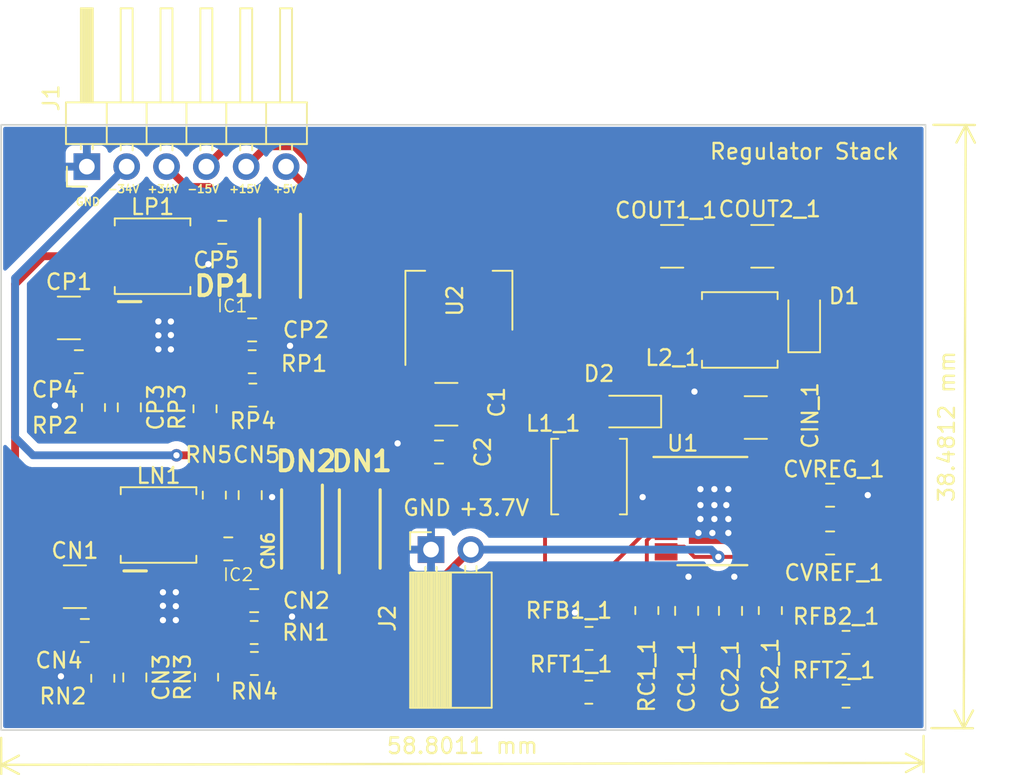
<source format=kicad_pcb>
(kicad_pcb (version 20221018) (generator pcbnew)
  (layers (0 "F.Cu" signal) (31 "B.Cu" signal) (34 "B.Paste" user) (35 "F.Paste" user) (36 "B.SilkS" user "B.Silkscreen") (37 "F.SilkS" user "F.Silkscreen") (38 "B.Mask" user) (39 "F.Mask" user) (44 "Edge.Cuts" user))
  (net 0 "")
  (net 1 "+15 V")
  (net 2 "GND")
  (net 3 "+5 V")
  (net 4 "Net-(CC1_1-Pad2)")
  (net 5 "Net-(CC2_1-Pad2)")
  (net 6 "+3.7 V")
  (net 7 "Net-(IC2-SS)")
  (net 8 "Net-(CN3-Pad1)")
  (net 9 "Net-(IC2-INTVCC)")
  (net 10 "-34 V")
  (net 11 "Net-(IC2-SW1)")
  (net 12 "Net-(DN1-K)")
  (net 13 "-15V")
  (net 14 "Net-(IC1-SS)")
  (net 15 "Net-(CP3-Pad1)")
  (net 16 "Net-(IC1-INTVCC)")
  (net 17 "+34 V")
  (net 18 "Net-(U1-VREF)")
  (net 19 "Net-(U1-VREG)")
  (net 20 "Net-(D1-canode)")
  (net 21 "Net-(D2-anode)")
  (net 22 "Net-(DN1-A)")
  (net 23 "Net-(DP1-A)")
  (net 27 "Net-(IC1-VC)")
  (net 28 "Net-(IC1-FBX)")
  (net 29 "Net-(IC1-RT)")
  (net 35 "Net-(IC2-VC)")
  (net 36 "Net-(IC2-FBX)")
  (net 37 "Net-(IC2-RT)")
  (net 40 "Net-(U1-INBK)")
  (net 41 "Net-(U1-COMP1)")
  (net 42 "Net-(U1-COMP2)")
  (net 43 "Net-(U1-FB1)")
  (net 44 "Net-(U1-FB2)")
  (footprint "Capacitor_SMD:C_0805_2012Metric_Pad1.18x1.45mm_HandSolder" (layer "F.Cu") (at 77.3555 81.986 -90)
    (fp_text reference "CN3")
    (fp_text value "1nF")
  )
  (footprint "Resistor_SMD:R_0805_2012Metric_Pad1.20x1.40mm_HandSolder" (layer "F.Cu") (at 106.311 79.499 180)
    (fp_text reference "RFB1_1")
    (fp_text value "137k")
  )
  (footprint "LT8365:SOP50P490X110-17N" (layer "F.Cu") (at 79.237 60.265)
    (fp_text reference "IC1")
    (fp_text value "LT8365HMSE#PBF" hide)
  )
  (footprint "Inductor_SMD:L_Coilcraft_XAL4040-XXX" (layer "F.Cu") (at 115.921 59.82 180)
    (fp_text reference "L2_1")
    (fp_text value "10uH")
  )
  (footprint "Resistor_SMD:R_0805_2012Metric_Pad1.20x1.40mm_HandSolder" (layer "F.Cu") (at 84.878 63.976 180)
    (fp_text reference "RP4")
    (fp_text value "1M")
  )
  (footprint "Inductor_SMD:L_Coilcraft_XAL4040-XXX" (layer "F.Cu") (at 106.311 69.176 90)
    (fp_text reference "L1_1")
    (fp_text value "6.8uH")
  )
  (footprint "Diode_SMD:D_PowerDI-123" (layer "F.Cu") (at 120.027 58.932 90)
    (fp_text reference "D1")
    (fp_text value "DFLS240L-7")
  )
  (footprint "Capacitor_SMD:C_1210_3225Metric_Pad1.33x2.70mm_HandSolder" (layer "F.Cu") (at 73.152 59.055)
    (fp_text reference "CP1")
    (fp_text value "10uF")
  )
  (footprint "Connector_PinSocket_2.54mm:PinSocket_1x02_P2.54mm_Horizontal" (layer "F.Cu") (at 96.236 73.832 90)
    (fp_text reference "J2")
    (fp_text value "Conn_01x02_Socket")
  )
  (footprint "Capacitor_SMD:C_0805_2012Metric_Pad1.18x1.45mm_HandSolder" (layer "F.Cu") (at 121.678 73.409)
    (fp_text reference "CVREF_1")
    (fp_text value "1uF")
  )
  (footprint "Capacitor_SMD:C_0805_2012Metric_Pad1.18x1.45mm_HandSolder" (layer "F.Cu") (at 121.678 70.361 180)
    (fp_text reference "CVREG_1")
    (fp_text value "1uF")
  )
  (footprint "RB068L150:DIOM5026X220N" (layer "F.Cu") (at 86.614 55.245 -90)
    (fp_text reference "DP1")
    (fp_text value "RB068L150DDTE25" hide)
  )
  (footprint "Resistor_SMD:R_0805_2012Metric_Pad1.20x1.40mm_HandSolder" (layer "F.Cu") (at 84.836 61.849)
    (fp_text reference "RP1")
    (fp_text value "107k")
  )
  (footprint "Capacitor_SMD:C_0805_2012Metric_Pad1.18x1.45mm_HandSolder" (layer "F.Cu") (at 84.963 77.089)
    (fp_text reference "CN2")
    (fp_text value "0.22uF")
  )
  (footprint "Resistor_SMD:R_0805_2012Metric_Pad1.20x1.40mm_HandSolder" (layer "F.Cu") (at 81.83 64.849 -90)
    (fp_text reference "RP3")
    (fp_text value "49.3k")
  )
  (footprint "Resistor_SMD:R_0805_2012Metric_Pad1.20x1.40mm_HandSolder" (layer "F.Cu") (at 106.295 82.928 180)
    (fp_text reference "RFT1_1")
    (fp_text value "2.43M")
  )
  (footprint "Resistor_SMD:R_0805_2012Metric_Pad1.20x1.40mm_HandSolder" (layer "F.Cu") (at 117.868 77.721 90)
    (fp_text reference "RC2_1")
    (fp_text value "12k")
  )
  (footprint "Capacitor_SMD:C_0805_2012Metric_Pad1.18x1.45mm_HandSolder" (layer "F.Cu") (at 84.709 70.358 -90)
    (fp_text reference "CN5")
    (fp_text value "0.22uF")
  )
  (footprint "LT8365:SOP50P490X110-17N" (layer "F.Cu") (at 79.5885 77.442)
    (fp_text reference "IC2")
    (fp_text value "LT8365HMSE#PBF" hide)
  )
  (footprint "Package_TO_SOT_SMD:SOT-223-3_TabPin2" (layer "F.Cu") (at 98.014 57.957 90)
    (fp_text reference "U2")
    (fp_text value "AZ1117IH-5.0TRG1")
  )
  (footprint "Capacitor_SMD:C_0805_2012Metric_Pad1.18x1.45mm_HandSolder" (layer "F.Cu") (at 82.931 53.594 180)
    (fp_text reference "CP5")
    (fp_text value "0.22uF")
  )
  (footprint "Inductor_SMD:L_Coilcraft_XAL4040-XXX" (layer "F.Cu") (at 78.486 55.118)
    (fp_text reference "LP1")
    (fp_text value "10uH")
  )
  (footprint "Connector_PinHeader_2.54mm:PinHeader_1x06_P2.54mm_Horizontal" (layer "F.Cu") (at 74.295 49.403 90)
    (fp_text reference "J1")
    (fp_text value "Conn_01x06_Pin")
  )
  (footprint "Resistor_SMD:R_0805_2012Metric_Pad1.20x1.40mm_HandSolder" (layer "F.Cu") (at 122.694 83.182)
    (fp_text reference "RFT2_1")
    (fp_text value "2.32M")
  )
  (footprint "Capacitor_SMD:C_0805_2012Metric_Pad1.18x1.45mm_HandSolder" (layer "F.Cu") (at 74.168 78.994 180)
    (fp_text reference "CN4")
    (fp_text value "1uF")
  )
  (footprint "Diode_SMD:D_PowerDI-123" (layer "F.Cu") (at 108.597 65.027 180)
    (fp_text reference "D2")
    (fp_text value "DFLS240L-7")
  )
  (footprint "Resistor_SMD:R_0805_2012Metric_Pad1.20x1.40mm_HandSolder" (layer "F.Cu") (at 84.963 79.121)
    (fp_text reference "RN1")
    (fp_text value "107k")
  )
  (footprint "Capacitor_SMD:C_0805_2012Metric_Pad1.18x1.45mm_HandSolder" (layer "F.Cu") (at 112.534 77.7425 -90)
    (fp_text reference "CC1_1")
    (fp_text value "47nF")
  )
  (footprint "Resistor_SMD:R_0805_2012Metric_Pad1.20x1.40mm_HandSolder" (layer "F.Cu") (at 82.423 70.358 90)
    (fp_text reference "RN5")
    (fp_text value "20")
  )
  (footprint "Capacitor_SMD:C_0805_2012Metric_Pad1.18x1.45mm_HandSolder" (layer "F.Cu") (at 77.004 64.7595 -90)
    (fp_text reference "CP3")
    (fp_text value "1nF")
  )
  (footprint "Capacitor_SMD:C_1210_3225Metric_Pad1.33x2.70mm_HandSolder" (layer "F.Cu") (at 73.533 76.2)
    (fp_text reference "CN1")
    (fp_text value "10uF")
  )
  (footprint "Resistor_SMD:R_0805_2012Metric_Pad1.20x1.40mm_HandSolder" (layer "F.Cu") (at 81.9275 81.97 -90)
    (fp_text reference "RN3")
    (fp_text value "24k")
  )
  (footprint "Resistor_SMD:R_0805_2012Metric_Pad1.20x1.40mm_HandSolder" (layer "F.Cu") (at 84.9755 81.097 180)
    (fp_text reference "RN4")
    (fp_text value "1M")
  )
  (footprint "RB068L150:DIOM5026X220N" (layer "F.Cu") (at 91.694 72.517 90)
    (fp_text reference "DN1")
    (fp_text value "RB068L150DDTE25" hide)
  )
  (footprint "RB068L150:DIOM5026X220N" (layer "F.Cu") (at 88.011 72.517 -90)
    (fp_text reference "DN2")
    (fp_text value "RB068L150DDTE25" hide)
  )
  (footprint "Capacitor_SMD:C_0805_2012Metric_Pad1.18x1.45mm_HandSolder" (layer "F.Cu") (at 73.787 61.849 180)
    (fp_text reference "CP4")
    (fp_text value "1uF")
  )
  (footprint "Capacitor_SMD:C_1210_3225Metric_Pad1.33x2.70mm_HandSolder" (layer "F.Cu") (at 117.36 54.486)
    (fp_text reference "COUT2_1")
    (fp_text value "10uF")
  )
  (footprint "Resistor_SMD:R_0805_2012Metric_Pad1.20x1.40mm_HandSolder" (layer "F.Cu") (at 109.994 77.721 90)
    (fp_text reference "RC1_1")
    (fp_text value "22k")
  )
  (footprint "Package_SO:ETSSOP-20-1EP_4.4x6.5mm_P0.65mm_EP3x4.2mm" (layer "F.Cu") (at 114.173 71.374)
    (fp_text reference "U1")
    (fp_text value "ADP5070AREZ")
  )
  (footprint "Inductor_SMD:L_Coilcraft_XAL4040-XXX" (layer "F.Cu") (at 78.867 72.263)
    (fp_text reference "LN1")
    (fp_text value "10uH")
  )
  (footprint "Capacitor_SMD:C_1210_3225Metric_Pad1.33x2.70mm_HandSolder" (layer "F.Cu") (at 116.9405 65.408)
    (fp_text reference "CIN_1")
    (fp_text value "10uF")
  )
  (footprint "Capacitor_SMD:C_1210_3225Metric_Pad1.33x2.70mm_HandSolder" (layer "F.Cu") (at 97.2135 64.561 180)
    (fp_text reference "C1")
    (fp_text value "10uF")
  )
  (footprint "Capacitor_SMD:C_0805_2012Metric_Pad1.18x1.45mm_HandSolder" (layer "F.Cu") (at 83.312 73.787)
    (fp_text reference "CN6")
    (fp_text value "0.1uF")
  )
  (footprint "Capacitor_SMD:C_0805_2012Metric_Pad1.18x1.45mm_HandSolder" (layer "F.Cu") (at 115.328 77.7425 -90)
    (fp_text reference "CC2_1")
    (fp_text value "47nF")
  )
  (footprint "Resistor_SMD:R_0805_2012Metric_Pad1.20x1.40mm_HandSolder" (layer "F.Cu") (at 74.718 64.77 -90)
    (fp_text reference "RP2")
    (fp_text value "84.5k")
  )
  (footprint "Capacitor_SMD:C_0805_2012Metric_Pad1.18x1.45mm_HandSolder" (layer "F.Cu") (at 84.836 59.817)
    (fp_text reference "CP2")
    (fp_text value "0.22uF")
  )
  (footprint "Capacitor_SMD:C_1210_3225Metric_Pad1.33x2.70mm_HandSolder" (layer "F.Cu") (at 111.6065 54.486)
    (fp_text reference "COUT1_1")
    (fp_text value "10uF")
  )
  (footprint "Capacitor_SMD:C_0805_2012Metric_Pad1.18x1.45mm_HandSolder" (layer "F.Cu") (at 96.744 67.609 180)
    (fp_text reference "C2")
    (fp_text value "22uF")
  )
  (footprint "Resistor_SMD:R_0805_2012Metric_Pad1.20x1.40mm_HandSolder" (layer "F.Cu") (at 122.694 79.753 180)
    (fp_text reference "RFB2_1")
    (fp_text value "118k")
  )
  (footprint "Resistor_SMD:R_0805_2012Metric_Pad1.20x1.40mm_HandSolder" (layer "F.Cu") (at 75.311 82.042 -90)
    (fp_text reference "RN2")
    (fp_text value "84.5k")
  )
  (gr_rect (start 68.834 46.736) (end 127.762 85.344) (stroke (width 0.1)) (fill none) (layer "Edge.Cuts"))
  (gr_text "+3.7V" (at 97.917 71.755) (layer "F.SilkS") (effects (font (size 1 1)) (justify left bottom)))
  (gr_text "+34V" (at 78.105 51.124) (layer "F.SilkS") (effects (font (size 0.5 0.5) (thickness 0.1) bold) (justify left bottom)))
  (gr_text "GND" (at 73.533 51.943) (layer "F.SilkS") (effects (font (size 0.5 0.5) (thickness 0.1) bold) (justify left bottom)))
  (gr_text "+5V" (at 86.106 51.124) (layer "F.SilkS") (effects (font (size 0.5 0.5) (thickness 0.1) bold) (justify left bottom)))
  (gr_text "GND" (at 94.361 71.755) (layer "F.SilkS") (effects (font (size 1 1)) (justify left bottom)))
  (gr_text "Regulator Stack" (at 113.919 49.022) (layer "F.SilkS") (effects (font (size 1 1)) (justify left bottom)))
  (gr_text "-34V" (at 75.565 51.124) (layer "F.SilkS") (effects (font (size 0.5 0.5) (thickness 0.1) bold) (justify left bottom)))
  (gr_text "+15V" (at 83.312 51.124) (layer "F.SilkS") (effects (font (size 0.5 0.5) (thickness 0.1) bold) (justify left bottom)))
  (gr_text "-15V" (at 80.645 51.124) (layer "F.SilkS") (effects (font (size 0.5 0.5) (thickness 0.1) bold) (justify left bottom)))
  (dimension (type aligned) (layer "F.SilkS") (pts (xy 68.834 85.344) (xy 127.635 85.217)) (height 2.21802) (gr_text "58.8011 mm" (at 98.236807 86.348518 0.1237487914) (layer "F.SilkS") (effects (font (size 1 1) (thickness 0.15)))) (format (prefix "") (suffix "") (units 3) (units_format 1) (precision 4)) (style (thickness 0.15) (arrow_length 1.27) (text_position_mode 0) (extension_height 0.58642) (extension_offset 0.5) keep_text_aligned))
  (dimension (type aligned) (layer "F.SilkS") (pts (xy 127.762 46.736) (xy 127.635 85.217)) (height -2.561967) (gr_text "38.4812 mm" (at 129.110459 65.98116 89.8109057) (layer "F.SilkS") (effects (font (size 1 1) (thickness 0.15)))) (format (prefix "") (suffix "") (units 3) (units_format 1) (precision 4)) (style (thickness 0.15) (arrow_length 1.27) (text_position_mode 0) (extension_height 0.58642) (extension_offset 0.5) keep_text_aligned))
  (segment (start 84.455 49.403) (end 85.755 48.103) (width 0.5) (layer "F.Cu") (net 1))
  (segment (start 85.755 48.103) (end 87.533478 48.103) (width 0.5) (layer "F.Cu") (net 1))
  (segment (start 105.295 82.928) (end 105.292 82.931) (width 0.25) (layer "F.Cu") (net 1))
  (segment (start 91.754478 52.324) (end 107.882 52.324) (width 0.5) (layer "F.Cu") (net 1))
  (segment (start 107.882 52.324) (end 110.044 54.486) (width 0.5) (layer "F.Cu") (net 1))
  (segment (start 103.886 82.931) (end 103.505 82.55) (width 0.25) (layer "F.Cu") (net 1))
  (segment (start 87.533478 48.103) (end 91.754478 52.324) (width 0.5) (layer "F.Cu") (net 1))
  (segment (start 105.292 82.931) (end 103.886 82.931) (width 0.25) (layer "F.Cu") (net 1))
  (segment (start 103.505 82.55) (end 103.505 61.025) (width 0.25) (layer "F.Cu") (net 1))
  (segment (start 85.5875 70.517) (end 86.074 70.517) (width 0.25) (layer "F.Cu") (net 2))
  (segment (start 77.409 82.97) (end 77.3555 83.0235) (width 0.25) (layer "F.Cu") (net 2))
  (segment (start 79.5885 77.442) (end 79.6113 77.4192) (width 0.25) (layer "F.Cu") (net 2))
  (segment (start 124.076 70.361) (end 124.079 70.358) (width 0.25) (layer "F.Cu") (net 2))
  (segment (start 84.709 71.3955) (end 85.5875 70.517) (width 0.25) (layer "F.Cu") (net 2))
  (segment (start 105.311 79.499) (end 105.311 77.95) (width 0.25) (layer "F.Cu") (net 2))
  (segment (start 122.7155 73.409) (end 122.7155 72.9315) (width 0.25) (layer "F.Cu") (net 2))
  (segment (start 109.814 70.399) (end 109.728 70.485) (width 0.25) (layer "F.Cu") (net 2))
  (segment (start 121.49375 71.58275) (end 122.7155 70.361) (width 0.25) (layer "F.Cu") (net 2))
  (segment (start 105.311 77.95) (end 105.41 77.851) (width 0.25) (layer "F.Cu") (net 2))
  (segment (start 79.336 60.166) (end 79.6544 60.1472) (width 0.25) (layer "F.Cu") (net 2))
  (segment (start 79.1464 77.8841) (end 79.1464 77.8841) (width 0.25) (layer "F.Cu") (net 2))
  (segment (start 112.534 75.68) (end 112.649 75.565) (width 0.25) (layer "F.Cu") (net 2))
  (segment (start 86.106 70.485) (end 86.138 70.517) (width 0.25) (layer "F.Cu") (net 2))
  (segment (start 79.1464 77.8841) (end 79.1464 78.3336) (width 0.25) (layer "F.Cu") (net 2))
  (segment (start 79.6113 77.4192) (end 79.1464 77.4192) (width 0.25) (layer "F.Cu") (net 2))
  (segment (start 117.123 71.699) (end 121.3775 71.699) (width 0.25) (layer "F.Cu") (net 2))
  (segment (start 121.49375 71.70975) (end 121.49375 71.58275) (width 0.25) (layer "F.Cu") (net 2))
  (segment (start 80.2195 77.692) (end 79.9695 77.442) (width 0.25) (layer "F.Cu") (net 2))
  (segment (start 86.074 70.517) (end 86.106 70.485) (width 0.25) (layer "F.Cu") (net 2))
  (segment (start 115.328 75.807) (end 115.57 75.565) (width 0.25) (layer "F.Cu") (net 2))
  (segment (start 95.651 64.561) (end 95.714 64.498) (width 0.25) (layer "F.Cu") (net 2))
  (segment (start 95.7065 67.609) (end 95.7065 64.6165) (width 0.25) (layer "F.Cu") (net 2))
  (segment (start 112.534 76.705) (end 112.534 75.68) (width 0.25) (layer "F.Cu") (net 2))
  (segment (start 94.66 67.609) (end 94.107 67.056) (width 0.25) (layer "F.Cu") (net 2))
  (segment (start 122.7155 70.361) (end 124.076 70.361) (width 0.25) (layer "F.Cu") (net 2))
  (segment (start 81.449 60.515) (end 79.487 60.515) (width 0.25) (layer "F.Cu") (net 2))
  (segment (start 79.1464 78.3336) (end 78.6969 78.3336) (width 0.25) (layer "F.Cu") (net 2))
  (segment (start 95.7065 67.609) (end 94.66 67.609) (width 0.25) (layer "F.Cu") (net 2))
  (segment (start 79.6544 60.1472) (end 79.237 60.265) (width 0.25) (layer "F.Cu") (net 2))
  (segment (start 79.1464 77.4192) (end 79.1464 77.8841) (width 0.25) (layer "F.Cu") (net 2))
  (segment (start 86.138 70.517) (end 88.011 70.517) (width 0.25) (layer "F.Cu") (net 2))
  (segment (start 81.778 65.797) (end 81.83 65.849) (width 0.25) (layer "F.Cu") (net 2))
  (segment (start 121.3775 71.699) (end 121.49375 71.58275) (width 0.25) (layer "F.Cu") (net 2))
  (segment (start 81.8005 77.692) (end 80.2195 77.692) (width 0.25) (layer "F.Cu") (net 2))
  (segment (start 95.7065 64.6165) (end 95.651 64.561) (width 0.25) (layer "F.Cu") (net 2))
  (segment (start 78.3385 78.692) (end 77.3765 78.692) (width 0.25) (layer "F.Cu") (net 2))
  (segment (start 112.273 68.524) (end 112.273 70.324) (width 0.25) (layer "F.Cu") (net 2))
  (segment (start 112.273 70.324) (end 112.198 70.399) (width 0.25) (layer "F.Cu") (net 2))
  (segment (start 112.198 68.449) (end 112.273 68.524) (width 0.25) (layer "F.Cu") (net 2))
  (segment (start 122.7155 72.9315) (end 121.49375 71.70975) (width 0.25) (layer "F.Cu") (net 2))
  (segment (start 78.6969 78.3336) (end 78.3385 78.692) (width 0.25) (layer "F.Cu") (net 2))
  (segment (start 77.025 61.515) (end 77.987 61.515) (width 0.25) (layer "F.Cu") (net 2))
  (segment (start 79.487 60.515) (end 79.237 60.265) (width 0.25) (layer "F.Cu") (net 2))
  (segment (start 79.8385 77.692) (end 79.5885 77.442) (width 0.25) (layer "F.Cu") (net 2))
  (segment (start 79.9695 77.442) (end 79.8385 77.692) (width 0.25) (layer "F.Cu") (net 2))
  (segment (start 112.198 70.399) (end 111.223 70.399) (width 0.25) (layer "F.Cu") (net 2))
  (segment (start 77.987 61.515) (end 78.447 61.055) (width 0.25) (layer "F.Cu") (net 2))
  (segment (start 115.328 76.705) (end 115.328 75.807) (width 0.25) (layer "F.Cu") (net 2))
  (segment (start 111.223 68.449) (end 112.198 68.449) (width 0.25) (layer "F.Cu") (net 2))
  (segment (start 111.223 70.399) (end 109.814 70.399) (width 0.25) (layer "F.Cu") (net 2))
  (segment (start 95.714 64.498) (end 95.714 61.107) (width 0.25) (layer "F.Cu") (net 2))
  (segment (start 85.6615 61.3985) (end 85.624 61.436) (width 0.25) (layer "F.Cu") (net 2))
  (segment (start 78.447 61.055) (end 78.856 61.055) (width 0.25) (layer "F.Cu") (net 2))
  (via (at 113.411 69.977) (size 0.8) (drill 0.4) (layers "F.Cu" "B.Cu") (net 2))
  (via (at 124.079 70.358) (size 0.8) (drill 0.4) (layers "F.Cu" "B.Cu") (net 2))
  (via (at 79.6544 61.0616) (size 0.8) (drill 0.4) (layers "F.Cu" "B.Cu") (net 2))
  (via (at 78.856 60.166) (size 0.8) (drill 0.4) (layers "F.Cu" "B.Cu") (net 2))
  (via (at 113.03 63.754) (size 0.8) (drill 0.4) (layers "F.Cu" "B.Cu") (net 2))
  (via (at 78.856 59.277) (size 0.8) (drill 0.4) (layers "F.Cu" "B.Cu") (net 2))
  (via (at 94.107 67.056) (size 0.8) (drill 0.4) (layers "F.Cu" "B.Cu") (net 2))
  (via (at 114.3 71.882) (size 0.8) (drill 0.4) (layers "F.Cu" "B.Cu") (net 2))
  (via (at 113.411 70.993) (size 0.8) (drill 0.4) (layers "F.Cu" "B.Cu") (net 2))
  (via (at 114.3 69.977) (size 0.8) (drill 0.4) (layers "F.Cu" "B.Cu") (net 2))
  (via (at 87.376 78.105) (size 0.8) (drill 0.4) (layers "F.Cu" "B.Cu") (net 2))
  (via (at 105.41 77.851) (size 0.8) (drill 0.4) (layers "F.Cu" "B.Cu") (net 2))
  (via (at 72.644 81.915) (size 0.8) (drill 0.4) (layers "F.Cu" "B.Cu") (net 2))
  (via (at 79.9695 77.442) (size 0.8) (drill 0.4) (layers "F.Cu" "B.Cu") (net 2))
  (via (at 79.9695 78.331) (size 0.8) (drill 0.4) (layers "F.Cu" "B.Cu") (net 2))
  (via (at 115.189 71.882) (size 0.8) (drill 0.4) (layers "F.Cu" "B.Cu") (net 2))
  (via (at 109.728 70.485) (size 0.8) (drill 0.4) (layers "F.Cu" "B.Cu") (net 2))
  (via (at 115.189 72.771) (size 0.8) (drill 0.4) (layers "F.Cu" "B.Cu") (net 2))
  (via (at 112.649 75.565) (size 0.8) (drill 0.4) (layers "F.Cu" "B.Cu") (net 2))
  (via (at 79.1464 76.5556) (size 0.8) (drill 0.4) (layers "F.Cu" "B.Cu") (net 2))
  (via (at 115.189 69.977) (size 0.8) (drill 0.4) (layers "F.Cu" "B.Cu") (net 2))
  (via (at 86.106 70.485) (size 0.8) (drill 0.4) (layers "F.Cu" "B.Cu") (net 2))
  (via (at 113.411 71.882) (size 0.8) (drill 0.4) (layers "F.Cu" "B.Cu") (net 2))
  (via (at 79.6544 60.1472) (size 0.8) (drill 0.4) (layers "F.Cu" "B.Cu") (net 2))
  (via (at 79.1464 77.4192) (size 0.8) (drill 0.4) (layers "F.Cu" "B.Cu") (net 2))
  (via (at 79.6544 59.2836) (size 0.8) (drill 0.4) (layers "F.Cu" "B.Cu") (net 2))
  (via (at 115.062 70.993) (size 0.8) (drill 0.4) (layers "F.Cu" "B.Cu") (net 2))
  (via (at 114.3 70.993) (size 0.8) (drill 0.4) (layers "F.Cu" "B.Cu") (net 2))
  (via (at 114.173 72.771) (size 0.8) (drill 0.4) (layers "F.Cu" "B.Cu") (net 2))
  (via (at 79.9695 76.553) (size 0.8) (drill 0.4) (layers "F.Cu" "B.Cu") (net 2))
  (via (at 72.263 64.643) (size 0.8) (drill 0.4) (layers "F.Cu" "B.Cu") (net 2))
  (via (at 79.1464 78.3336) (size 0.8) (drill 0.4) (layers "F.Cu" "B.Cu") (net 2))
  (via (at 82.042 55.626) (size 0.8) (drill 0.4) (layers "F.Cu" "B.Cu") (net 2))
  (via (at 115.57 75.565) (size 0.8) (drill 0.4) (layers "F.Cu" "B.Cu") (net 2))
  (via (at 78.856 61.055) (size 0.8) (drill 0.4) (layers "F.Cu" "B.Cu") (net 2))
  (via (at 87.249 60.833) (size 0.8) (drill 0.4) (layers "F.Cu" "B.Cu") (net 2))
  (via (at 113.284 72.771) (size 0.8) (drill 0.4) (layers "F.Cu" "B.Cu") (net 2))
  (segment (start 97.7815 67.609) (end 97.7815 61.3395) (width 0.25) (layer "F.Cu") (net 3))
  (segment (start 98.014 61.107) (end 98.014 54.807) (width 0.25) (layer "F.Cu") (net 3))
  (segment (start 97.7815 61.3395) (end 98.014 61.107) (width 0.25) (layer "F.Cu") (net 3))
  (segment (start 86.995 49.403) (end 92.399 54.807) (width 0.5) (layer "F.Cu") (net 3))
  (segment (start 92.399 54.807) (end 98.014 54.807) (width 0.5) (layer "F.Cu") (net 3))
  (segment (start 110.053 78.78) (end 109.994 78.721) (width 0.25) (layer "F.Cu") (net 4))
  (segment (start 112.534 78.78) (end 110.053 78.78) (width 0.25) (layer "F.Cu") (net 4))
  (segment (start 115.387 78.721) (end 115.328 78.78) (width 0.25) (layer "F.Cu") (net 5))
  (segment (start 117.868 78.721) (end 115.387 78.721) (width 0.25) (layer "F.Cu") (net 5))
  (segment (start 76.339 76.667) (end 76.339 75.717) (width 0.25) (layer "F.Cu") (net 6))
  (segment (start 76.0125 59.515) (end 75.9875 59.49) (width 0.25) (layer "F.Cu") (net 6))
  (segment (start 69.723 74.168) (end 71.628 72.263) (width 0.5) (layer "F.Cu") (net 6))
  (segment (start 117.123 74.299) (end 115.951 74.299) (width 0.25) (layer "F.Cu") (net 6))
  (segment (start 69.723 74.168) (end 69.723 56.896) (width 0.5) (layer "F.Cu") (net 6))
  (segment (start 117.123 69.099) (end 117.123 70.399) (width 0.25) (layer "F.Cu") (net 6))
  (segment (start 75.6035 75.692) (end 77.3765 75.692) (width 0.25) (layer "F.Cu") (net 6))
  (segment (start 118.503 68.694) (end 118.503 65.408) (width 0.25) (layer "F.Cu") (net 6))
  (segment (start 117.123 69.099) (end 118.098 69.099) (width 0.25) (layer "F.Cu") (net 6))
  (segment (start 75.9875 58.928) (end 74.8415 58.928) (width 0.25) (layer "F.Cu") (net 6))
  (segment (start 115.998 74.252) (end 115.951 74.299) (width 0.25) (layer "F.Cu") (net 6))
  (segment (start 70.485 84.709) (end 69.723 83.947) (width 0.5) (layer "F.Cu") (net 6))
  (segment (start 77.682 72.263) (end 77.682 75.3865) (width 0.25) (layer "F.Cu") (net 6))
  (segment (start 116.148 70.399) (end 115.998 70.549) (width 0.25) (layer "F.Cu") (net 6))
  (segment (start 113.023 74.299) (end 112.373 73.649) (width 0.25) (layer "F.Cu") (net 6))
  (segment (start 98.776 73.832) (end 87.899 84.709) (width 0.5) (layer "F.Cu") (net 6))
  (segment (start 76.364 75.692) (end 77.3765 75.692) (width 0.25) (layer "F.Cu") (net 6))
  (segment (start 115.998 70.549) (end 115.998 74.252) (width 0.25) (layer "F.Cu") (net 6))
  (segment (start 77.301 58.239) (end 77.025 58.515) (width 0.25) (layer "F.Cu") (net 6))
  (segment (start 75.9875 58.928) (end 75.9875 58.54) (width 0.25) (layer "F.Cu") (net 6))
  (segment (start 75.9875 59.49) (end 75.9875 58.928) (width 0.25) (layer "F.Cu") (net 6))
  (segment (start 87.899 84.709) (end 70.485 84.709) (width 0.5) (layer "F.Cu") (net 6))
  (segment (start 76.0125 58.515) (end 77.025 58.515) (width 0.25) (layer "F.Cu") (net 6))
  (segment (start 77.3765 76.692) (end 76.364 76.692) (width 0.25) (layer "F.Cu") (net 6))
  (segment (start 74.8415 58.928) (end 74.7145 59.055) (width 0.25) (layer "F.Cu") (net 6))
  (segment (start 75.0955 76.2) (end 75.6035 75.692) (width 0.25) (layer "F.Cu") (net 6))
  (segment (start 112.373 73.649) (end 111.223 73.649) (width 0.25) (layer "F.Cu") (net 6))
  (segment (start 115.951 74.299) (end 114.554 74.299) (width 0.25) (layer "F.Cu") (net 6))
  (segment (start 76.339 75.717) (end 76.364 75.692) (width 0.25) (layer "F.Cu") (net 6))
  (segment (start 117.123 70.399) (end 116.148 70.399) (width 0.25) (layer "F.Cu") (net 6))
  (segment (start 77.301 55.118) (end 77.301 58.239) (width 0.25) (layer "F.Cu") (net 6))
  (segment (start 77.682 75.3865) (end 77.3765 75.692) (width 0.25) (layer "F.Cu") (net 6))
  (segment (start 71.501 55.118) (end 77.301 55.118) (width 0.5) (layer "F.Cu") (net 6))
  (segment (start 69.723 56.896) (end 71.501 55.118) (width 0.5) (layer "F.Cu") (net 6))
  (segment (start 76.364 76.692) (end 76.339 76.667) (width 0.25) (layer "F.Cu") (net 6))
  (segment (start 69.723 83.947) (end 69.723 74.168) (width 0.5) (layer "F.Cu") (net 6))
  (segment (start 75.9875 58.54) (end 76.0125 58.515) (width 0.25) (layer "F.Cu") (net 6))
  (segment (start 71.628 72.263) (end 77.682 72.263) (width 0.5) (layer "F.Cu") (net 6))
  (segment (start 77.025 59.515) (end 76.0125 59.515) (width 0.25) (layer "F.Cu") (net 6))
  (segment (start 118.098 69.099) (end 118.503 68.694) (width 0.25) (layer "F.Cu") (net 6))
  (segment (start 114.554 74.299) (end 113.023 74.299) (width 0.25) (layer "F.Cu") (net 6))
  (via (at 114.554 74.299) (size 0.8) (drill 0.4) (layers "F.Cu" "B.Cu") (net 6))
  (segment (start 114.087 73.832) (end 114.554 74.299) (width 0.5) (layer "B.Cu") (net 6))
  (segment (start 98.776 73.832) (end 114.087 73.832) (width 0.5) (layer "B.Cu") (net 6))
  (segment (start 81.8005 78.192) (end 82.8225 78.192) (width 0.25) (layer "F.Cu") (net 7))
  (segment (start 82.8225 78.192) (end 83.9255 77.089) (width 0.25) (layer "F.Cu") (net 7))
  (segment (start 75.311 82.993) (end 77.3555 80.9485) (width 0.25) (layer "F.Cu") (net 8))
  (segment (start 75.311 83.042) (end 75.311 82.993) (width 0.25) (layer "F.Cu") (net 8))
  (segment (start 75.2055 78.994) (end 75.819 78.994) (width 0.25) (layer "F.Cu") (net 9))
  (segment (start 76.364 77.692) (end 77.3765 77.692) (width 0.25) (layer "F.Cu") (net 9))
  (segment (start 75.819 78.994) (end 76.339 78.474) (width 0.25) (layer "F.Cu") (net 9))
  (segment (start 76.339 77.717) (end 76.364 77.692) (width 0.25) (layer "F.Cu") (net 9))
  (segment (start 76.339 78.474) (end 76.339 77.717) (width 0.25) (layer "F.Cu") (net 9))
  (segment (start 85.0685 68.961) (end 84.709 69.3205) (width 0.25) (layer "F.Cu") (net 10))
  (segment (start 82.423 69.358) (end 84.6715 69.358) (width 0.25) (layer "F.Cu") (net 10))
  (segment (start 80.883 67.818) (end 82.423 69.358) (width 0.5) (layer "F.Cu") (net 10))
  (segment (start 93.345 69.593) (end 92.713 68.961) (width 0.25) (layer "F.Cu") (net 10))
  (segment (start 87.689 81.097) (end 93.345 75.441) (width 0.25) (layer "F.Cu") (net 10))
  (segment (start 80.01 67.818) (end 80.883 67.818) (width 0.5) (layer "F.Cu") (net 10))
  (segment (start 84.6715 69.358) (end 84.709 69.3205) (width 0.25) (layer "F.Cu") (net 10))
  (segment (start 85.9755 81.097) (end 87.689 81.097) (width 0.25) (layer "F.Cu") (net 10))
  (segment (start 93.345 75.441) (end 93.345 69.593) (width 0.25) (layer "F.Cu") (net 10))
  (segment (start 92.713 68.961) (end 85.0685 68.961) (width 0.25) (layer "F.Cu") (net 10))
  (via (at 80.01 67.818) (size 0.8) (drill 0.4) (layers "F.Cu" "B.Cu") (net 10))
  (segment (start 69.723 66.675) (end 70.866 67.818) (width 0.5) (layer "B.Cu") (net 10))
  (segment (start 69.723 56.515) (end 69.723 66.675) (width 0.5) (layer "B.Cu") (net 10))
  (segment (start 76.835 49.403) (end 69.723 56.515) (width 0.5) (layer "B.Cu") (net 10))
  (segment (start 70.866 67.818) (end 80.01 67.818) (width 0.5) (layer "B.Cu") (net 10))
  (segment (start 81.8005 76.692) (end 82.813 76.692) (width 0.25) (layer "F.Cu") (net 11))
  (segment (start 80.052 74.591) (end 80.052 72.263) (width 0.25) (layer "F.Cu") (net 11))
  (segment (start 81.8005 75.692) (end 81.153 75.692) (width 0.25) (layer "F.Cu") (net 11))
  (segment (start 82.813 76.692) (end 82.838 76.667) (width 0.25) (layer "F.Cu") (net 11))
  (segment (start 82.838 75.717) (end 82.813 75.692) (width 0.25) (layer "F.Cu") (net 11))
  (segment (start 82.813 75.692) (end 81.8005 75.692) (width 0.25) (layer "F.Cu") (net 11))
  (segment (start 82.838 76.667) (end 82.838 75.717) (width 0.25) (layer "F.Cu") (net 11))
  (segment (start 82.2745 73.787) (end 81.576 73.787) (width 0.25) (layer "F.Cu") (net 11))
  (segment (start 81.576 73.787) (end 80.052 72.263) (width 0.25) (layer "F.Cu") (net 11))
  (segment (start 81.153 75.692) (end 80.052 74.591) (width 0.25) (layer "F.Cu") (net 11))
  (segment (start 88.011 74.517) (end 91.694 74.517) (width 0.25) (layer "F.Cu") (net 12))
  (segment (start 85.0795 74.517) (end 84.3495 73.787) (width 0.25) (layer "F.Cu") (net 12))
  (segment (start 88.011 74.517) (end 85.0795 74.517) (width 0.25) (layer "F.Cu") (net 12))
  (segment (start 92.075 51.054) (end 115.4905 51.054) (width 0.5) (layer "F.Cu") (net 13))
  (segment (start 127 81.788) (end 127 61.595) (width 0.25) (layer "F.Cu") (net 13))
  (segment (start 122.936 57.531) (end 120.151 57.531) (width 0.25) (layer "F.Cu") (net 13))
  (segment (start 88.265 47.244) (end 92.075 51.054) (width 0.5) (layer "F.Cu") (net 13))
  (segment (start 123.694 83.182) (end 125.606 83.182) (width 0.25) (layer "F.Cu") (net 13))
  (segment (start 84.074 47.244) (end 88.265 47.244) (width 0.5) (layer "F.Cu") (net 13))
  (segment (start 120.151 57.531) (end 120.027 57.407) (width 0.25) (layer "F.Cu") (net 13))
  (segment (start 115.4905 51.054) (end 118.9225 54.486) (width 0.5) (layer "F.Cu") (net 13))
  (segment (start 125.606 83.182) (end 127 81.788) (width 0.25) (layer "F.Cu") (net 13))
  (segment (start 81.915 49.403) (end 84.074 47.244) (width 0.5) (layer "F.Cu") (net 13))
  (segment (start 127 61.595) (end 122.936 57.531) (width 0.25) (layer "F.Cu") (net 13))
  (segment (start 81.449 61.015) (end 82.6005 61.015) (width 0.25) (layer "F.Cu") (net 14))
  (segment (start 82.6005 61.015) (end 83.7985 59.817) (width 0.25) (layer "F.Cu") (net 14))
  (segment (start 74.956 65.77) (end 77.004 63.722) (width 0.25) (layer "F.Cu") (net 15))
  (segment (start 74.718 65.77) (end 74.956 65.77) (width 0.25) (layer "F.Cu") (net 15))
  (segment (start 75.883 60.515) (end 77.025 60.515) (width 0.25) (layer "F.Cu") (net 16))
  (segment (start 74.8245 61.849) (end 74.8245 61.5735) (width 0.25) (layer "F.Cu") (net 16))
  (segment (start 74.8245 61.5735) (end 75.883 60.515) (width 0.25) (layer "F.Cu") (net 16))
  (segment (start 88.392 61.462) (end 88.392 54.356) (width 0.25) (layer "F.Cu") (net 17))
  (segment (start 80.675 50.703) (end 82.072 50.703) (width 0.5) (layer "F.Cu") (net 17))
  (segment (start 87.281 53.245) (end 86.614 53.245) (width 0.25) (layer "F.Cu") (net 17))
  (segment (start 84.3175 53.245) (end 83.9685 53.594) (width 0.25) (layer "F.Cu") (net 17))
  (segment (start 79.375 49.403) (end 80.675 50.703) (width 0.5) (layer "F.Cu") (net 17))
  (segment (start 88.392 54.356) (end 87.281 53.245) (width 0.25) (layer "F.Cu") (net 17))
  (segment (start 86.614 53.245) (end 84.3175 53.245) (width 0.25) (layer "F.Cu") (net 17))
  (segment (start 83.9685 52.5995) (end 83.9685 53.594) (width 0.5) (layer "F.Cu") (net 17))
  (segment (start 85.878 63.976) (end 88.392 61.462) (width 0.25) (layer "F.Cu") (net 17))
  (segment (start 82.072 50.703) (end 83.9685 52.5995) (width 0.5) (layer "F.Cu") (net 17))
  (segment (start 117.123 72.349) (end 119.5805 72.349) (width 0.25) (layer "F.Cu") (net 18))
  (segment (start 120.6405 76.6995) (end 123.694 79.753) (width 0.25) (layer "F.Cu") (net 18))
  (segment (start 119.5805 72.349) (end 120.6405 73.409) (width 0.25) (layer "F.Cu") (net 18))
  (segment (start 120.6405 73.409) (end 120.6405 76.6995) (width 0.25) (layer "F.Cu") (net 18))
  (segment (start 117.123 71.049) (end 119.9525 71.049) (width 0.25) (layer "F.Cu") (net 19))
  (segment (start 119.9525 71.049) (end 120.6405 70.361) (width 0.25) (layer "F.Cu") (net 19))
  (segment (start 106.311 67.991) (end 107.419 69.099) (width 0.25) (layer "F.Cu") (net 21))
  (segment (start 106.311 65.788) (end 106.311 67.991) (width 0.25) (layer "F.Cu") (net 21))
  (segment (start 107.419 69.099) (end 111.223 69.099) (width 0.25) (layer "F.Cu") (net 21))
  (segment (start 107.072 65.027) (end 106.311 65.788) (width 0.25) (layer "F.Cu") (net 21))
  (segment (start 82.423 71.358) (end 83.373 72.308) (width 0.25) (layer "F.Cu") (net 22))
  (segment (start 89.903 72.308) (end 91.694 70.517) (width 0.25) (layer "F.Cu") (net 22))
  (segment (start 83.373 72.308) (end 89.903 72.308) (width 0.25) (layer "F.Cu") (net 22))
  (segment (start 79.671 55.118) (end 81.449 56.896) (width 0.25) (layer "F.Cu") (net 23))
  (segment (start 81.449 56.896) (end 81.449 58.515) (width 0.25) (layer "F.Cu") (net 23))
  (segment (start 82.4615 59.515) (end 82.4865 59.49) (width 0.25) (layer "F.Cu") (net 23))
  (segment (start 81.449 59.515) (end 82.4615 59.515) (width 0.25) (layer "F.Cu") (net 23))
  (segment (start 82.719 57.245) (end 81.449 58.515) (width 0.25) (layer "F.Cu") (net 23))
  (segment (start 86.614 57.245) (end 82.719 57.245) (width 0.25) (layer "F.Cu") (net 23))
  (segment (start 82.4615 58.515) (end 81.449 58.515) (width 0.25) (layer "F.Cu") (net 23))
  (segment (start 82.4865 59.49) (end 82.4865 58.54) (width 0.25) (layer "F.Cu") (net 23))
  (segment (start 82.4865 58.54) (end 82.4615 58.515) (width 0.25) (layer "F.Cu") (net 23))
  (segment (start 77.025 62.015) (end 75.946 63.094) (width 0.25) (layer "F.Cu") (net 27))
  (segment (start 75.946 63.754) (end 74.734 63.754) (width 0.25) (layer "F.Cu") (net 27))
  (segment (start 75.946 63.094) (end 75.946 63.754) (width 0.25) (layer "F.Cu") (net 27))
  (segment (start 74.734 63.754) (end 74.718 63.77) (width 0.25) (layer "F.Cu") (net 27))
  (segment (start 83.751 63.849) (end 83.878 63.976) (width 0.25) (layer "F.Cu") (net 28))
  (segment (start 81.449 63.468) (end 81.83 63.849) (width 0.25) (layer "F.Cu") (net 28))
  (segment (start 81.449 62.015) (end 81.449 63.468) (width 0.25) (layer "F.Cu") (net 28))
  (segment (start 81.83 63.849) (end 83.751 63.849) (width 0.25) (layer "F.Cu") (net 28))
  (segment (start 81.449 61.515) (end 83.502 61.515) (width 0.25) (layer "F.Cu") (net 29))
  (segment (start 83.502 61.515) (end 83.836 61.849) (width 0.25) (layer "F.Cu") (net 29))
  (segment (start 77.161 79.192) (end 75.311 81.042) (width 0.25) (layer "F.Cu") (net 35))
  (segment (start 77.3765 79.192) (end 77.161 79.192) (width 0.25) (layer "F.Cu") (net 35))
  (segment (start 83.8485 80.97) (end 83.9755 81.097) (width 0.25) (layer "F.Cu") (net 36))
  (segment (start 81.9275 80.97) (end 83.8485 80.97) (width 0.25) (layer "F.Cu") (net 36))
  (segment (start 81.9275 80.97) (end 81.9275 79.319) (width 0.25) (layer "F.Cu") (net 36))
  (segment (start 81.9275 79.319) (end 81.8005 79.192) (width 0.25) (layer "F.Cu") (net 36))
  (segment (start 81.8005 78.692) (end 83.534 78.692) (width 0.25) (layer "F.Cu") (net 37))
  (segment (start 83.534 78.692) (end 83.963 79.121) (width 0.25) (layer "F.Cu") (net 37))
  (segment (start 106.923 69.749) (end 111.223 69.749) (width 0.25) (layer "F.Cu") (net 40))
  (segment (start 106.311 70.361) (end 106.923 69.749) (width 0.25) (layer "F.Cu") (net 40))
  (segment (start 110.248 72.999) (end 111.223 72.999) (width 0.25) (layer "F.Cu") (net 41))
  (segment (start 109.994 76.721) (end 109.994 73.253) (width 0.25) (layer "F.Cu") (net 41))
  (segment (start 109.994 73.253) (end 110.248 72.999) (width 0.25) (layer "F.Cu") (net 41))
  (segment (start 118.745 74.296) (end 118.745 75.844) (width 0.25) (layer "F.Cu") (net 42))
  (segment (start 118.098 73.649) (end 118.745 74.296) (width 0.25) (layer "F.Cu") (net 42))
  (segment (start 117.123 73.649) (end 118.098 73.649) (width 0.25) (layer "F.Cu") (net 42))
  (segment (start 118.745 75.844) (end 117.868 76.721) (width 0.25) (layer "F.Cu") (net 42))
  (segment (start 107.295 79.515) (end 107.311 79.499) (width 0.25) (layer "F.Cu") (net 43))
  (segment (start 107.311 75.299604) (end 110.261604 72.349) (width 0.25) (layer "F.Cu") (net 43))
  (segment (start 110.261604 72.349) (end 111.223 72.349) (width 0.25) (layer "F.Cu") (net 43))
  (segment (start 107.311 79.499) (end 107.311 75.299604) (width 0.25) (layer "F.Cu") (net 43))
  (segment (start 107.295 82.928) (end 107.295 79.515) (width 0.25) (layer "F.Cu") (net 43))
  (segment (start 117.123 72.999) (end 118.098 72.999) (width 0.25) (layer "F.Cu") (net 44))
  (segment (start 120.1905 78.2495) (end 121.694 79.753) (width 0.25) (layer "F.Cu") (net 44))
  (segment (start 118.098 72.999) (end 120.1905 75.0915) (width 0.25) (layer "F.Cu") (net 44))
  (segment (start 120.1905 75.0915) (end 120.1905 78.2495) (width 0.25) (layer "F.Cu") (net 44))
  (segment (start 121.694 83.182) (end 121.694 79.753) (width 0.25) (layer "F.Cu") (net 44))
  (zone (net 20) (net_name "Net-(D1-canode)") (layer "F.Cu") (priority 2) (connect_pads (clearance 0.5)) (min_thickness 0.25) (fill yes (thermal_gap 0.5) (thermal_bridge_width 0.5))
    (polygon (pts (xy 116.078 68.707) (xy 117.983 68.707) (xy 117.983 68.072) (xy 117.475 68.072) (xy 117.475 61.976) (xy 121.412 61.976) (xy 121.412 58.293) (xy 118.11 58.293) (xy 118.11 57.785) (xy 116.205 57.785) (xy 116.205 61.976) (xy 116.84 61.976) (xy 116.84 68.072) (xy 116.078 68.072)))
  )
  (zone (net 1) (net_name "+15 V") (layer "F.Cu") (connect_pads (clearance 0.5)) (min_thickness 0.25) (fill yes (thermal_gap 0.5) (thermal_bridge_width 0.5))
    (polygon (pts (xy 107.95 65.913) (xy 111.379 65.913) (xy 111.379 52.197) (xy 108.458 52.197) (xy 108.458 59.309) (xy 99.187 59.309) (xy 99.187 62.865) (xy 97.917 62.865) (xy 97.917 66.04) (xy 105.791 66.167) (xy 105.791 63.373) (xy 107.95 63.373)))
  )
  (zone (net 2) (net_name "GND") (layer "F.Cu") (priority 4) (connect_pads (clearance 0.5)) (min_thickness 0.25) (fill yes (thermal_gap 0.5) (thermal_bridge_width 0.5))
    (polygon (pts (xy 82.804 52.197) (xy 82.804 56.515) (xy 81.407 58.039) (xy 80.264 58.039) (xy 80.264 64.897) (xy 86.868 64.897) (xy 86.868 62.611) (xy 84.836 62.611) (xy 84.836 58.801) (xy 87.884 58.801) (xy 87.884 66.675) (xy 70.739 66.675) (xy 70.739 57.15) (xy 73.406 57.15) (xy 73.406 64.77) (xy 78.232 64.77) (xy 78.232 57.404) (xy 81.026 57.404) (xy 81.026 52.197) (xy 82.677 52.197)))
  )
  (zone (net 2) (net_name "GND") (layer "F.Cu") (priority 5) (connect_pads (clearance 0.5)) (min_thickness 0.25) (fill yes (thermal_gap 0.5) (thermal_bridge_width 0.5))
    (polygon (pts (xy 78.486 82.042) (xy 74.168 82.042) (xy 74.168 74.295) (xy 70.866 74.295) (xy 70.866 84.074) (xy 87.503 84.074) (xy 87.503 76.073) (xy 85.09 76.073) (xy 85.09 82.296) (xy 80.645 82.296) (xy 80.645 75.565) (xy 78.486 75.565)))
  )
  (zone (net 13) (net_name "-15V") (layer "F.Cu") (priority 3) (connect_pads (clearance 0.5)) (min_thickness 0.25) (fill yes (thermal_gap 0.5) (thermal_bridge_width 0.5))
    (polygon (pts (xy 117.348 52.197) (xy 120.396 52.197) (xy 120.396 55.118) (xy 121.539 56.261) (xy 121.539 58.039) (xy 118.364 58.039) (xy 118.364 56.515) (xy 117.348 55.753)))
  )
  (zone (net 2) (net_name "GND") (layer "F.Cu") (priority 1) (connect_pads (clearance 0.5)) (min_thickness 0.25) (fill yes (thermal_gap 0.5) (thermal_bridge_width 0.5))
    (polygon (pts (xy 110.363 68.707) (xy 112.522 68.707) (xy 112.522 67.056) (xy 116.459 67.056) (xy 116.459 63.373) (xy 115.57 61.849) (xy 115.57 56.769) (xy 116.967 56.769) (xy 116.967 52.197) (xy 112.014 52.197) (xy 112.014 67.564) (xy 110.363 67.564)))
  )
  (zone (net 2) (net_name "GND") (layer "B.Cu") (priority 6) (connect_pads (clearance 0.5)) (min_thickness 0.25) (fill yes (thermal_gap 0.5) (thermal_bridge_width 0.5))
    (polygon (pts (xy 68.961 46.863) (xy 68.961 85.217) (xy 127.635 85.217) (xy 127.635 46.863)))
  )
)
</source>
